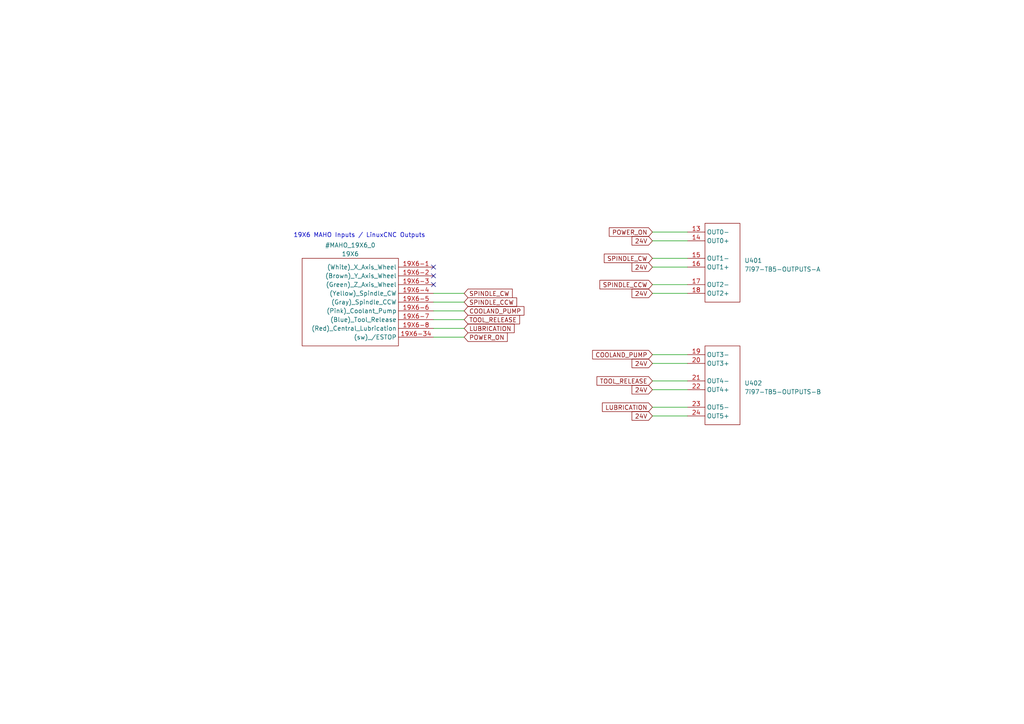
<source format=kicad_sch>
(kicad_sch (version 20230121) (generator eeschema)
  (paper "A4")
  (lib_symbols
    (symbol "MAHO:19X6"
      (property "Reference" "U" (at 1.27 -13.97 0))
      (property "Value" "19X6" (at 1.27 13.97 0))
      (symbol "19X6_0_1"
        (rectangle (start -13.97 12.7) (end 13.97 -12.7) (stroke (width 0.1524)))
      )
      (symbol "19X6_1_1"
        (pin passive line (at 24.13 10.16 180) (length 10.16) (name "(White)_X_Axis_Wheel") (number "19X6-1"))
        (pin passive line (at 24.13 7.62 180) (length 10.16) (name "(Brown)_Y_Axis_Wheel") (number "19X6-2"))
        (pin passive line (at 24.13 5.08 180) (length 10.16) (name "(Green)_Z_Axis_Wheel") (number "19X6-3"))
        (pin passive line (at 24.13 -10.16 180) (length 10.16) (name "(sw)_/ESTOP") (number "19X6-34"))
        (pin passive line (at 24.13 2.54 180) (length 10.16) (name "(Yellow)_Spindle_CW") (number "19X6-4"))
        (pin passive line (at 24.13 0 180) (length 10.16) (name "(Gray)_Spindle_CCW") (number "19X6-5"))
        (pin passive line (at 24.13 -2.54 180) (length 10.16) (name "(Pink)_Coolant_Pump") (number "19X6-6"))
        (pin passive line (at 24.13 -5.08 180) (length 10.16) (name "(Blue)_Tool_Release") (number "19X6-7"))
        (pin passive line (at 24.13 -7.62 180) (length 10.16) (name "(Red)_Central_Lubrication") (number "19X6-8"))
      )
    )
    (symbol "MAHO:7i97-TB5-OUTPUTS-A"
      (property "Reference" "U" (at 0 16.51 0))
      (property "Value" "7i97-TB5-OUTPUTS-A" (at 0 13.97 0))
      (symbol "7i97-TB5-OUTPUTS-A_0_1"
        (rectangle (start -5.08 11.43) (end 5.08 -11.43) (stroke (width 0.1524)))
      )
      (symbol "7i97-TB5-OUTPUTS-A_1_1"
        (pin passive line (at -10.16 8.89 0) (length 5.08) (name "OUT0-") (number "13"))
        (pin passive line (at -10.16 6.35 0) (length 5.08) (name "OUT0+") (number "14"))
        (pin passive line (at -10.16 1.27 0) (length 5.08) (name "OUT1-") (number "15"))
        (pin passive line (at -10.16 -1.27 0) (length 5.08) (name "OUT1+") (number "16"))
        (pin passive line (at -10.16 -6.35 0) (length 5.08) (name "OUT2-") (number "17"))
        (pin passive line (at -10.16 -8.89 0) (length 5.08) (name "OUT2+") (number "18"))
      )
    )
    (symbol "MAHO:7i97-TB5-OUTPUTS-B"
      (property "Reference" "U" (at 0 15.24 0))
      (property "Value" "7i97-TB5-OUTPUTS-B" (at 0 12.7 0))
      (symbol "7i97-TB5-OUTPUTS-B_0_1"
        (rectangle (start -5.08 11.43) (end 5.08 -11.43) (stroke (width 0.1524)))
      )
      (symbol "7i97-TB5-OUTPUTS-B_1_1"
        (pin passive line (at -10.16 8.89 0) (length 5.08) (name "OUT3-") (number "19"))
        (pin passive line (at -10.16 6.35 0) (length 5.08) (name "OUT3+") (number "20"))
        (pin passive line (at -10.16 1.27 0) (length 5.08) (name "OUT4-") (number "21"))
        (pin passive line (at -10.16 -1.27 0) (length 5.08) (name "OUT4+") (number "22"))
        (pin passive line (at -10.16 -6.35 0) (length 5.08) (name "OUT5-") (number "23"))
        (pin passive line (at -10.16 -8.89 0) (length 5.08) (name "OUT5+") (number "24"))
      )
    )
  )
  (no_connect (at 125.73 77.47))
  (no_connect (at 125.73 82.55))
  (no_connect (at 125.73 80.01))
  (wire (pts (xy 189.23 102.87) (xy 199.39 102.87)))
  (wire (pts (xy 125.73 87.63) (xy 134.62 87.63)))
  (wire (pts (xy 189.23 113.03) (xy 199.39 113.03)))
  (wire (pts (xy 189.23 77.47) (xy 199.39 77.47)))
  (wire (pts (xy 189.23 105.41) (xy 199.39 105.41)))
  (wire (pts (xy 189.23 74.93) (xy 199.39 74.93)))
  (wire (pts (xy 125.73 90.17) (xy 134.62 90.17)))
  (wire (pts (xy 189.23 118.11) (xy 199.39 118.11)))
  (wire (pts (xy 125.73 92.71) (xy 134.62 92.71)))
  (wire (pts (xy 125.73 85.09) (xy 134.62 85.09)))
  (wire (pts (xy 189.23 69.85) (xy 199.39 69.85)))
  (wire (pts (xy 125.73 97.79) (xy 134.62 97.79)))
  (wire (pts (xy 189.23 67.31) (xy 199.39 67.31)))
  (wire (pts (xy 189.23 110.49) (xy 199.39 110.49)))
  (wire (pts (xy 189.23 120.65) (xy 199.39 120.65)))
  (wire (pts (xy 189.23 82.55) (xy 199.39 82.55)))
  (wire (pts (xy 125.73 95.25) (xy 134.62 95.25)))
  (wire (pts (xy 189.23 85.09) (xy 199.39 85.09)))
  (text "19X6 MAHO Inputs / LinuxCNC Outputs\n\n" (at 85.09 71.12 0) (effects (font (size 1.27 1.27)) (justify left bottom)))
  (global_label "COOLAND_PUMP" (shape input) (at 134.62 90.17 0) (property "Intersheetrefs" "${INTERSHEET_REFS}" (effects hide)))
  (global_label "COOLAND_PUMP" (shape input) (at 189.23 102.87 180) (property "Intersheetrefs" "${INTERSHEET_REFS}" (effects hide)))
  (global_label "24V" (shape input) (at 189.23 85.09 180) (property "Intersheetrefs" "${INTERSHEET_REFS}" (effects hide)))
  (global_label "24V" (shape input) (at 189.23 113.03 180) (property "Intersheetrefs" "${INTERSHEET_REFS}" (effects hide)))
  (global_label "POWER_ON" (shape input) (at 134.62 97.79 0) (property "Intersheetrefs" "${INTERSHEET_REFS}" (effects hide)))
  (global_label "24V" (shape input) (at 189.23 120.65 180) (property "Intersheetrefs" "${INTERSHEET_REFS}" (effects hide)))
  (global_label "SPINDLE_CW" (shape input) (at 189.23 74.93 180) (property "Intersheetrefs" "${INTERSHEET_REFS}" (effects hide)))
  (global_label "SPINDLE_CCW" (shape input) (at 134.62 87.63 0) (property "Intersheetrefs" "${INTERSHEET_REFS}" (effects hide)))
  (global_label "TOOL_RELEASE" (shape input) (at 189.23 110.49 180) (property "Intersheetrefs" "${INTERSHEET_REFS}" (effects hide)))
  (global_label "LUBRICATION" (shape input) (at 189.23 118.11 180) (property "Intersheetrefs" "${INTERSHEET_REFS}" (effects hide)))
  (global_label "SPINDLE_CW" (shape input) (at 134.62 85.09 0) (property "Intersheetrefs" "${INTERSHEET_REFS}" (effects hide)))
  (global_label "SPINDLE_CCW" (shape input) (at 189.23 82.55 180) (property "Intersheetrefs" "${INTERSHEET_REFS}" (effects hide)))
  (global_label "24V" (shape input) (at 189.23 105.41 180) (property "Intersheetrefs" "${INTERSHEET_REFS}" (effects hide)))
  (global_label "TOOL_RELEASE" (shape input) (at 134.62 92.71 0) (property "Intersheetrefs" "${INTERSHEET_REFS}" (effects hide)))
  (global_label "24V" (shape input) (at 189.23 69.85 180) (property "Intersheetrefs" "${INTERSHEET_REFS}" (effects hide)))
  (global_label "24V" (shape input) (at 189.23 77.47 180) (property "Intersheetrefs" "${INTERSHEET_REFS}" (effects hide)))
  (global_label "POWER_ON" (shape input) (at 189.23 67.31 180) (property "Intersheetrefs" "${INTERSHEET_REFS}" (effects hide)))
  (global_label "LUBRICATION" (shape input) (at 134.62 95.25 0) (property "Intersheetrefs" "${INTERSHEET_REFS}" (effects hide)))
  (symbol (lib_id "MAHO:19X6") (at 101.6 87.63 0) (unit 1)
    (property "Reference" "#MAHO_19X6_0" (at 101.6 71.12 0))
    (property "Value" "19X6" (at 101.6 73.66 0))
    (instances (project "retrofit" (path "" (reference "#MAHO_19X6_0") (unit 1)) (path "" (reference "#MAHO_19X6_401") (unit 1))))
  )
  (symbol (lib_id "MAHO:7i97-TB5-OUTPUTS-B") (at 209.55 111.76 0) (unit 1)
    (property "Reference" "U402" (at 215.9 111.125 0) (effects (justify left)))
    (property "Value" "7i97-TB5-OUTPUTS-B" (at 215.9 113.665 0) (effects (justify left)))
  )
  (symbol (lib_id "MAHO:7i97-TB5-OUTPUTS-A") (at 209.55 76.2 0) (unit 1)
    (property "Reference" "U401" (at 215.9 75.565 0) (effects (justify left)))
    (property "Value" "7i97-TB5-OUTPUTS-A" (at 215.9 78.105 0) (effects (justify left)))
  )
)
</source>
